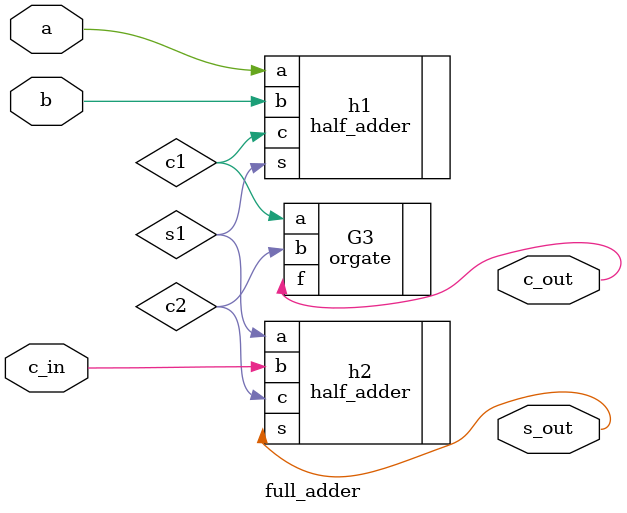
<source format=sv>
`timescale 1ns / 1ps


module full_adder(
    input logic a,
    input logic b,
    input logic c_in,
    output logic s_out,
    output logic c_out
    );
    logic c1, c2, s1;
    
    half_adder h1(.s(s1), .c(c1), .a(a), .b(b));
    half_adder h2(.s(s_out), .c(c2), .a(s1), .b(c_in));
    
        
//    // Half-adder 1
//    andgate and1(.f(c1), .a(a), .b(b));
//    xorgate xor1(.f(s1), .a(a), .b(b));
    
//    // Half-adder 2 
//    andgate and2(.f(c2), .a(s1), .b(c_in));
//    xorgate xor2(.f(s_out), .a(s1), .b(c_in));
    
    orgate G3(.f(c_out), .a(c1), .b(c2));
    
endmodule
</source>
